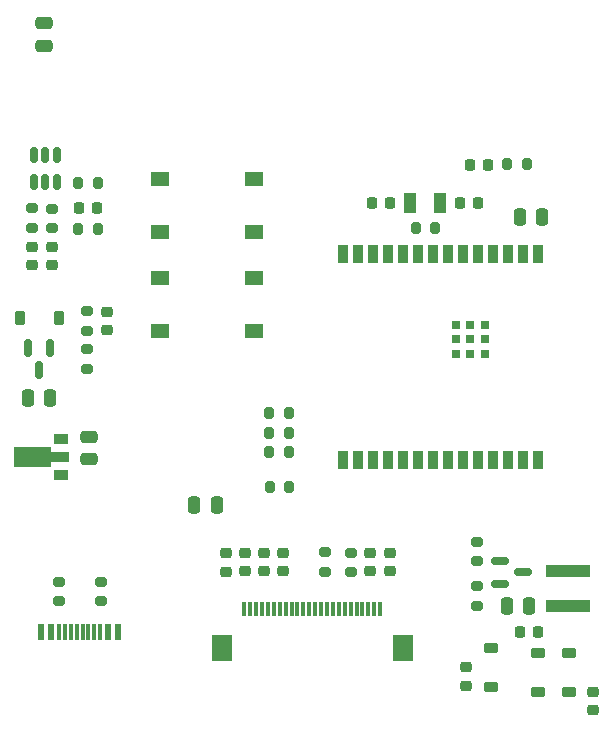
<source format=gbr>
%TF.GenerationSoftware,KiCad,Pcbnew,7.0.10+dfsg-1*%
%TF.CreationDate,2024-02-28T21:18:20+08:00*%
%TF.ProjectId,eink_digit_clk,65696e6b-5f64-4696-9769-745f636c6b2e,rev?*%
%TF.SameCoordinates,Original*%
%TF.FileFunction,Paste,Top*%
%TF.FilePolarity,Positive*%
%FSLAX46Y46*%
G04 Gerber Fmt 4.6, Leading zero omitted, Abs format (unit mm)*
G04 Created by KiCad (PCBNEW 7.0.10+dfsg-1) date 2024-02-28 21:18:20*
%MOMM*%
%LPD*%
G01*
G04 APERTURE LIST*
G04 Aperture macros list*
%AMRoundRect*
0 Rectangle with rounded corners*
0 $1 Rounding radius*
0 $2 $3 $4 $5 $6 $7 $8 $9 X,Y pos of 4 corners*
0 Add a 4 corners polygon primitive as box body*
4,1,4,$2,$3,$4,$5,$6,$7,$8,$9,$2,$3,0*
0 Add four circle primitives for the rounded corners*
1,1,$1+$1,$2,$3*
1,1,$1+$1,$4,$5*
1,1,$1+$1,$6,$7*
1,1,$1+$1,$8,$9*
0 Add four rect primitives between the rounded corners*
20,1,$1+$1,$2,$3,$4,$5,0*
20,1,$1+$1,$4,$5,$6,$7,0*
20,1,$1+$1,$6,$7,$8,$9,0*
20,1,$1+$1,$8,$9,$2,$3,0*%
%AMFreePoly0*
4,1,9,3.862500,-0.866500,0.737500,-0.866500,0.737500,-0.450000,-0.737500,-0.450000,-0.737500,0.450000,0.737500,0.450000,0.737500,0.866500,3.862500,0.866500,3.862500,-0.866500,3.862500,-0.866500,$1*%
G04 Aperture macros list end*
%ADD10RoundRect,0.225000X0.250000X-0.225000X0.250000X0.225000X-0.250000X0.225000X-0.250000X-0.225000X0*%
%ADD11RoundRect,0.225000X-0.250000X0.225000X-0.250000X-0.225000X0.250000X-0.225000X0.250000X0.225000X0*%
%ADD12RoundRect,0.200000X-0.200000X-0.275000X0.200000X-0.275000X0.200000X0.275000X-0.200000X0.275000X0*%
%ADD13RoundRect,0.150000X-0.587500X-0.150000X0.587500X-0.150000X0.587500X0.150000X-0.587500X0.150000X0*%
%ADD14RoundRect,0.200000X0.275000X-0.200000X0.275000X0.200000X-0.275000X0.200000X-0.275000X-0.200000X0*%
%ADD15RoundRect,0.218750X0.256250X-0.218750X0.256250X0.218750X-0.256250X0.218750X-0.256250X-0.218750X0*%
%ADD16RoundRect,0.225000X-0.225000X-0.250000X0.225000X-0.250000X0.225000X0.250000X-0.225000X0.250000X0*%
%ADD17RoundRect,0.200000X-0.275000X0.200000X-0.275000X-0.200000X0.275000X-0.200000X0.275000X0.200000X0*%
%ADD18RoundRect,0.225000X-0.225000X-0.375000X0.225000X-0.375000X0.225000X0.375000X-0.225000X0.375000X0*%
%ADD19RoundRect,0.200000X0.200000X0.275000X-0.200000X0.275000X-0.200000X-0.275000X0.200000X-0.275000X0*%
%ADD20R,0.300000X1.300000*%
%ADD21R,1.800000X2.200000*%
%ADD22R,3.700000X1.100000*%
%ADD23RoundRect,0.225000X0.225000X0.250000X-0.225000X0.250000X-0.225000X-0.250000X0.225000X-0.250000X0*%
%ADD24RoundRect,0.250000X-0.250000X-0.475000X0.250000X-0.475000X0.250000X0.475000X-0.250000X0.475000X0*%
%ADD25R,1.550000X1.300000*%
%ADD26RoundRect,0.250000X0.475000X-0.250000X0.475000X0.250000X-0.475000X0.250000X-0.475000X-0.250000X0*%
%ADD27R,0.900000X1.500000*%
%ADD28R,0.800000X0.800000*%
%ADD29RoundRect,0.250000X-0.475000X0.250000X-0.475000X-0.250000X0.475000X-0.250000X0.475000X0.250000X0*%
%ADD30RoundRect,0.150000X-0.150000X0.587500X-0.150000X-0.587500X0.150000X-0.587500X0.150000X0.587500X0*%
%ADD31RoundRect,0.225000X0.375000X-0.225000X0.375000X0.225000X-0.375000X0.225000X-0.375000X-0.225000X0*%
%ADD32R,1.300000X0.900000*%
%ADD33FreePoly0,180.000000*%
%ADD34RoundRect,0.250000X0.250000X0.475000X-0.250000X0.475000X-0.250000X-0.475000X0.250000X-0.475000X0*%
%ADD35RoundRect,0.150000X-0.150000X0.512500X-0.150000X-0.512500X0.150000X-0.512500X0.150000X0.512500X0*%
%ADD36RoundRect,0.225000X-0.375000X0.225000X-0.375000X-0.225000X0.375000X-0.225000X0.375000X0.225000X0*%
%ADD37R,1.000000X1.800000*%
%ADD38R,0.600000X1.450000*%
%ADD39R,0.300000X1.450000*%
G04 APERTURE END LIST*
D10*
%TO.C,C15*%
X95100000Y-116375000D03*
X95100000Y-114825000D03*
%TD*%
D11*
%TO.C,C8*%
X119100000Y-135250000D03*
X119100000Y-136800000D03*
%TD*%
D12*
%TO.C,R18*%
X108900000Y-129650000D03*
X110550000Y-129650000D03*
%TD*%
D13*
%TO.C,Q1*%
X128437500Y-135925000D03*
X128437500Y-137825000D03*
X130312500Y-136875000D03*
%TD*%
D14*
%TO.C,R7*%
X94600000Y-139325000D03*
X94600000Y-137675000D03*
%TD*%
D15*
%TO.C,D5*%
X88800000Y-110875000D03*
X88800000Y-109300000D03*
%TD*%
D14*
%TO.C,R6*%
X91100000Y-139325000D03*
X91100000Y-137675000D03*
%TD*%
D16*
%TO.C,C3*%
X130050000Y-141900000D03*
X131600000Y-141900000D03*
%TD*%
D17*
%TO.C,R3*%
X88800000Y-106050000D03*
X88800000Y-107700000D03*
%TD*%
D18*
%TO.C,D4*%
X87750000Y-115375000D03*
X91050000Y-115375000D03*
%TD*%
D19*
%TO.C,R15*%
X130675000Y-102325000D03*
X129025000Y-102325000D03*
%TD*%
D20*
%TO.C,J1*%
X118250000Y-140000000D03*
X117750000Y-140000000D03*
X117250000Y-140000000D03*
X116750000Y-140000000D03*
X116250000Y-140000000D03*
X115750000Y-140000000D03*
X115250000Y-140000000D03*
X114750000Y-140000000D03*
X114250000Y-140000000D03*
X113750000Y-140000000D03*
X113250000Y-140000000D03*
X112750000Y-140000000D03*
X112250000Y-140000000D03*
X111750000Y-140000000D03*
X111250000Y-140000000D03*
X110750000Y-140000000D03*
X110250000Y-140000000D03*
X109750000Y-140000000D03*
X109250000Y-140000000D03*
X108750000Y-140000000D03*
X108250000Y-140000000D03*
X107750000Y-140000000D03*
X107250000Y-140000000D03*
X106750000Y-140000000D03*
D21*
X104850000Y-143250000D03*
X120150000Y-143250000D03*
%TD*%
D15*
%TO.C,D6*%
X90500000Y-110875000D03*
X90500000Y-109300000D03*
%TD*%
D14*
%TO.C,R1*%
X126475000Y-135925000D03*
X126475000Y-134275000D03*
%TD*%
D19*
%TO.C,R12*%
X110525000Y-125050000D03*
X108875000Y-125050000D03*
%TD*%
D22*
%TO.C,L1*%
X134125000Y-139750000D03*
X134125000Y-136750000D03*
%TD*%
D23*
%TO.C,C17*%
X119100000Y-105600000D03*
X117550000Y-105600000D03*
%TD*%
D11*
%TO.C,C9*%
X110000000Y-135250000D03*
X110000000Y-136800000D03*
%TD*%
D24*
%TO.C,C16*%
X130075000Y-106750000D03*
X131975000Y-106750000D03*
%TD*%
D25*
%TO.C,SW2*%
X99650000Y-103550000D03*
X107600000Y-103550000D03*
X99650000Y-108050000D03*
X107600000Y-108050000D03*
%TD*%
D26*
%TO.C,C14*%
X89800000Y-92300000D03*
X89800000Y-90400000D03*
%TD*%
D19*
%TO.C,R14*%
X110525000Y-126700000D03*
X108875000Y-126700000D03*
%TD*%
D27*
%TO.C,U1*%
X131610000Y-109900000D03*
X130340000Y-109900000D03*
X129070000Y-109900000D03*
X127800000Y-109900000D03*
X126530000Y-109900000D03*
X125260000Y-109900000D03*
X123990000Y-109900000D03*
X122720000Y-109900000D03*
X121450000Y-109900000D03*
X120180000Y-109900000D03*
X118910000Y-109900000D03*
X117640000Y-109900000D03*
X116370000Y-109900000D03*
X115100000Y-109900000D03*
X115100000Y-127400000D03*
X116370000Y-127400000D03*
X117640000Y-127400000D03*
X118910000Y-127400000D03*
X120180000Y-127400000D03*
X121450000Y-127400000D03*
X122720000Y-127400000D03*
X123990000Y-127400000D03*
X125260000Y-127400000D03*
X126530000Y-127400000D03*
X127800000Y-127400000D03*
X129070000Y-127400000D03*
X130340000Y-127400000D03*
X131610000Y-127400000D03*
D28*
X127140000Y-115895000D03*
X125890000Y-115895000D03*
X124640000Y-115895000D03*
X127140000Y-117145000D03*
X125890000Y-117145000D03*
X124640000Y-117145000D03*
X127140000Y-118395000D03*
X125890000Y-118395000D03*
X124640000Y-118395000D03*
%TD*%
D25*
%TO.C,SW1*%
X99650000Y-111950000D03*
X107600000Y-111950000D03*
X99650000Y-116450000D03*
X107600000Y-116450000D03*
%TD*%
D19*
%TO.C,R9*%
X122925000Y-107700000D03*
X121275000Y-107700000D03*
%TD*%
D29*
%TO.C,C19*%
X93600000Y-125400000D03*
X93600000Y-127300000D03*
%TD*%
D11*
%TO.C,C10*%
X108400000Y-135250000D03*
X108400000Y-136800000D03*
%TD*%
%TO.C,C5*%
X117400000Y-135250000D03*
X117400000Y-136800000D03*
%TD*%
D30*
%TO.C,Q2*%
X90300000Y-117900000D03*
X88400000Y-117900000D03*
X89350000Y-119775000D03*
%TD*%
D31*
%TO.C,D2*%
X127675000Y-146575000D03*
X127675000Y-143275000D03*
%TD*%
D11*
%TO.C,C12*%
X105200000Y-135275000D03*
X105200000Y-136825000D03*
%TD*%
D32*
%TO.C,U3*%
X91250000Y-128600000D03*
D33*
X91162500Y-127100000D03*
D32*
X91250000Y-125600000D03*
%TD*%
D34*
%TO.C,C2*%
X130850000Y-139750000D03*
X128950000Y-139750000D03*
%TD*%
D31*
%TO.C,D1*%
X134200000Y-147025000D03*
X134200000Y-143725000D03*
%TD*%
D17*
%TO.C,R2*%
X126487500Y-138050000D03*
X126487500Y-139700000D03*
%TD*%
%TO.C,R11*%
X113550000Y-135175000D03*
X113550000Y-136825000D03*
%TD*%
%TO.C,R4*%
X115800000Y-135200000D03*
X115800000Y-136850000D03*
%TD*%
D35*
%TO.C,U2*%
X90850000Y-101525000D03*
X89900000Y-101525000D03*
X88950000Y-101525000D03*
X88950000Y-103800000D03*
X89900000Y-103800000D03*
X90850000Y-103800000D03*
%TD*%
D36*
%TO.C,D3*%
X131575000Y-143725000D03*
X131575000Y-147025000D03*
%TD*%
D11*
%TO.C,C7*%
X136250000Y-147000000D03*
X136250000Y-148550000D03*
%TD*%
D17*
%TO.C,R10*%
X90500000Y-106075000D03*
X90500000Y-107725000D03*
%TD*%
D11*
%TO.C,C6*%
X125500000Y-144925000D03*
X125500000Y-146475000D03*
%TD*%
%TO.C,C11*%
X106800000Y-135250000D03*
X106800000Y-136800000D03*
%TD*%
D14*
%TO.C,R16*%
X93400000Y-119625000D03*
X93400000Y-117975000D03*
%TD*%
D19*
%TO.C,R13*%
X110525000Y-123425000D03*
X108875000Y-123425000D03*
%TD*%
D16*
%TO.C,C13*%
X92725000Y-106000000D03*
X94275000Y-106000000D03*
%TD*%
D37*
%TO.C,Y1*%
X123300000Y-105600000D03*
X120800000Y-105600000D03*
%TD*%
D14*
%TO.C,R17*%
X93400000Y-116425000D03*
X93400000Y-114775000D03*
%TD*%
D16*
%TO.C,C18*%
X125000000Y-105600000D03*
X126550000Y-105600000D03*
%TD*%
D12*
%TO.C,R8*%
X92675000Y-103900000D03*
X94325000Y-103900000D03*
%TD*%
D23*
%TO.C,C4*%
X127400000Y-102350000D03*
X125850000Y-102350000D03*
%TD*%
D34*
%TO.C,C20*%
X104425000Y-131175000D03*
X102525000Y-131175000D03*
%TD*%
D24*
%TO.C,C1*%
X88400000Y-122100000D03*
X90300000Y-122100000D03*
%TD*%
D12*
%TO.C,R5*%
X92675000Y-107800000D03*
X94325000Y-107800000D03*
%TD*%
D38*
%TO.C,J2*%
X89550000Y-141930000D03*
X90350000Y-141930000D03*
D39*
X91550000Y-141930000D03*
X92550000Y-141930000D03*
X93050000Y-141930000D03*
X94050000Y-141930000D03*
D38*
X95250000Y-141930000D03*
X96050000Y-141930000D03*
X96050000Y-141930000D03*
X95250000Y-141930000D03*
D39*
X94550000Y-141930000D03*
X93550000Y-141930000D03*
X92050000Y-141930000D03*
X91050000Y-141930000D03*
D38*
X90350000Y-141930000D03*
X89550000Y-141930000D03*
%TD*%
M02*

</source>
